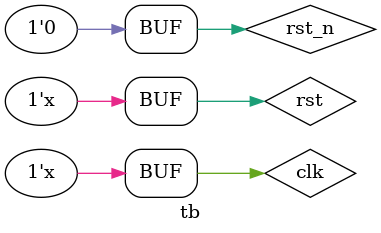
<source format=v>
module tb();
    reg clk, rst;
    localparam CLK_PERIOD = 10;

    always #(CLK_PERIOD/2) clk=~clk;

    top t(.clock(clk), .reset(rst));
    initial begin
        #1 rst<=1'bx;clk<=1'bx;
        #(CLK_PERIOD*3) rst_n<=1;
        #(CLK_PERIOD*3) rst_n<=0;clk<=0;
    end

endmodule
</source>
